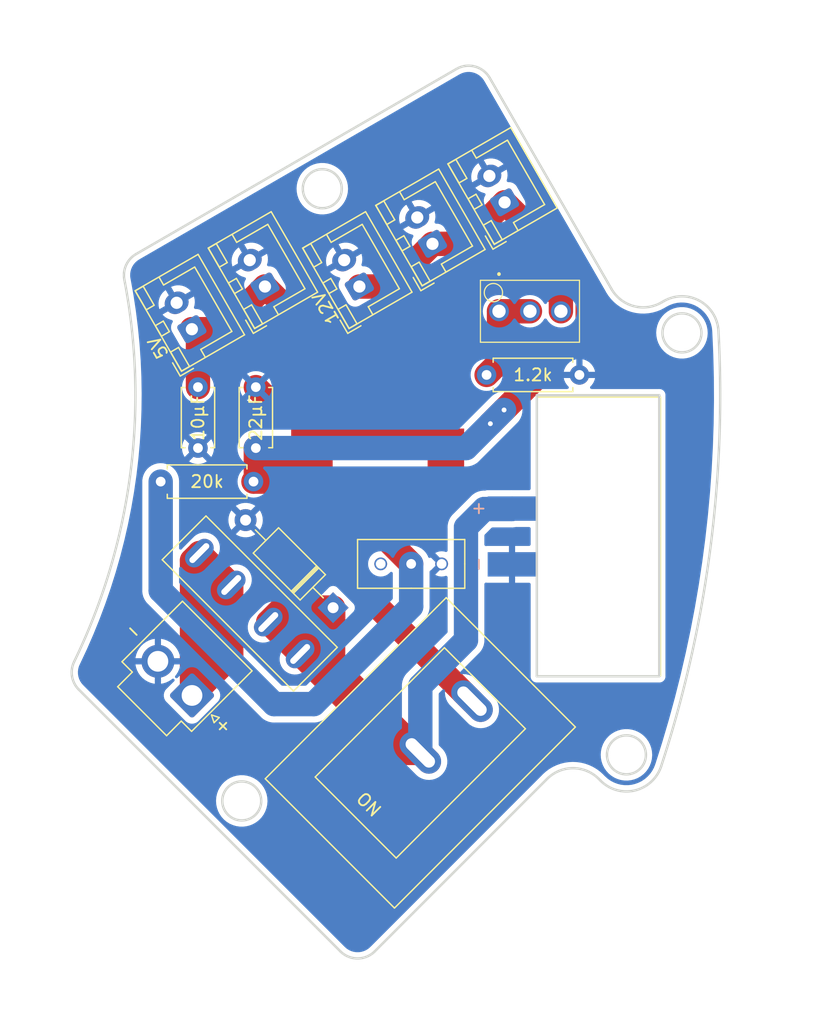
<source format=kicad_pcb>
(kicad_pcb (version 20211014) (generator pcbnew)
  (layers (0 "F.Cu" signal) (31 "B.Cu" signal) (34 "B.Paste" user) (35 "F.Paste" user) (36 "B.SilkS" user "B.Silkscreen") (37 "F.SilkS" user "F.Silkscreen") (38 "B.Mask" user) (39 "F.Mask" user) (44 "Edge.Cuts" user))
  (net 0 "")
  (net 1 "Net-(BT1-Pad1)")
  (net 2 "GND")
  (net 3 "+12V")
  (net 4 "+5V")
  (net 5 "Net-(D1-Pad1)")
  (net 6 "Net-(R1-Pad2)")
  (net 7 "Net-(R2-Pad1)")
  (net 8 "Net-(RV1-Pad3)")
  (footprint "Resistor_THT:R_Axial_DIN0207_L6.3mm_D2.5mm_P7.62mm_Horizontal" (layer "F.Cu") (at 138.31 97.5 180)
    (fp_text reference "R1" hide)
    (fp_text value "R")
    (fp_line (start 0.54 -1.37) (end 7.08 -1.37) (layer "F.SilkS") (width 0.12))
    (fp_line (start 7.08 -1.37) (end 7.08 -1.04) (layer "F.SilkS") (width 0.12))
    (fp_line (start 7.08 1.37) (end 7.08 1.04) (layer "F.SilkS") (width 0.12))
    (fp_line (start 0.54 -1.04) (end 0.54 -1.37) (layer "F.SilkS") (width 0.12))
    (fp_line (start 0.54 1.37) (end 7.08 1.37) (layer "F.SilkS") (width 0.12))
    (fp_line (start 0.54 1.04) (end 0.54 1.37) (layer "F.SilkS") (width 0.12))
    (pad "1" thru_hole circle (at 0 0 180) (size 1.6 1.6) (drill 0.8) (layers *.Cu *.Mask) (net 3 "+12V"))
    (pad "2" thru_hole oval (at 7.62 0 180) (size 1.6 1.6) (drill 0.8) (layers *.Cu *.Mask) (net 6 "Net-(R1-Pad2)"))
  )
  (footprint "Diode_THT:D_A-405_P10.16mm_Horizontal" (layer "F.Cu") (at 144.842103 107.842103 135)
    (fp_text reference "D1" hide)
    (fp_text value "D")
    (fp_line (start 1.14 0) (end 2.36 0) (layer "F.SilkS") (width 0.12))
    (fp_line (start 3.14 -1.47) (end 3.14 1.47) (layer "F.SilkS") (width 0.12))
    (fp_line (start 9.02 0) (end 7.8 0) (layer "F.SilkS") (width 0.12))
    (fp_line (start 3.26 -1.47) (end 3.26 1.47) (layer "F.SilkS") (width 0.12))
    (fp_line (start 7.8 -1.47) (end 2.36 -1.47) (layer "F.SilkS") (width 0.12))
    (fp_line (start 2.36 -1.47) (end 2.36 1.47) (layer "F.SilkS") (width 0.12))
    (fp_line (start 3.38 -1.47) (end 3.38 1.47) (layer "F.SilkS") (width 0.12))
    (fp_line (start 7.8 1.47) (end 7.8 -1.47) (layer "F.SilkS") (width 0.12))
    (fp_line (start 2.36 1.47) (end 7.8 1.47) (layer "F.SilkS") (width 0.12))
    (pad "1" thru_hole rect (at 0 0 135) (size 1.8 1.8) (drill 0.9) (layers *.Cu *.Mask) (net 5 "Net-(D1-Pad1)"))
    (pad "2" thru_hole oval (at 10.16 0 135) (size 1.8 1.8) (drill 0.9) (layers *.Cu *.Mask) (net 2 "GND"))
  )
  (footprint "Voltage_Counter:voltage_counter" (layer "F.Cu") (at 171.721 102 -90)
    (fp_text reference "MES1" hide)
    (fp_text value "Voltmeter_DC")
    (fp_text user "-" (at 2.286 14.986 90) (layer "B.SilkS") (effects (justify mirror)))
    (fp_text user "+" (at -2.286 14.986 90) (layer "B.SilkS") (effects (justify mirror)))
    (fp_line (start 0 0) (end 11.43 0) (layer "F.SilkS") (width 0.12))
    (fp_line (start -11.43 0) (end 0 0) (layer "F.SilkS") (width 0.12))
    (fp_line (start 11.43 0) (end 11.43 10.16) (layer "F.SilkS") (width 0.12))
    (fp_line (start 0 10.16) (end -11.43 10.16) (layer "F.SilkS") (width 0.12))
    (fp_line (start -11.43 10.16) (end -11.43 0) (layer "F.SilkS") (width 0.12))
    (fp_line (start 11.43 10.16) (end 0 10.16) (layer "F.SilkS") (width 0.12))
    (pad "1" smd rect locked (at 2.286 12.192 270) (size 2 4) (layers "B.Cu" "B.Paste" "B.Mask") (net 2 "GND"))
    (pad "2" smd rect locked (at -2.286 12.192 270) (size 2 4) (layers "B.Cu" "B.Paste" "B.Mask") (net 5 "Net-(D1-Pad1)"))
  )
  (footprint "Connector_JST:JST_XH_B2B-XH-A_1x02_P2.50mm_Vertical" (layer "F.Cu") (at 139.25 81.5 120)
    (fp_text reference "J5" hide)
    (fp_text value "Conn_01x02_Female")
    (fp_line (start 1.75 -1.7) (end 1.75 -2.45) (layer "F.SilkS") (width 0.12))
    (fp_line (start 0.75 -2.45) (end 0.75 -1.7) (layer "F.SilkS") (width 0.12))
    (fp_line (start 4.3 -0.2) (end 4.3 2.75) (layer "F.SilkS") (width 0.12))
    (fp_line (start -2.55 -2.45) (end -2.55 -1.7) (layer "F.SilkS") (width 0.12))
    (fp_line (start 4.3 2.75) (end 1.25 2.75) (layer "F.SilkS") (width 0.12))
    (fp_line (start 1.75 -2.45) (end 0.75 -2.45) (layer "F.SilkS") (width 0.12))
    (fp_line (start 3.25 -1.7) (end 5.05 -1.7) (layer "F.SilkS") (width 0.12))
    (fp_line (start -2.56 -2.46) (end -2.56 3.51) (layer "F.SilkS") (width 0.12))
    (fp_line (start -0.75 -1.7) (end -0.75 -2.45) (layer "F.SilkS") (width 0.12))
    (fp_line (start 5.05 -1.7) (end 5.05 -2.45) (layer "F.SilkS") (width 0.12))
    (fp_line (start 5.05 -0.2) (end 4.3 -0.2) (layer "F.SilkS") (width 0.12))
    (fp_line (start 0.75 -1.7) (end 1.75 -1.7) (layer "F.SilkS") (width 0.12))
    (fp_line (start 5.06 3.51) (end 5.06 -2.46) (layer "F.SilkS") (width 0.12))
    (fp_line (start -1.6 -2.75) (end -2.85 -2.75) (layer "F.SilkS") (width 0.12))
    (fp_line (start 5.05 -2.45) (end 3.25 -2.45) (layer "F.SilkS") (width 0.12))
    (fp_line (start 3.25 -2.45) (end 3.25 -1.7) (layer "F.SilkS") (width 0.12))
    (fp_line (start -2.85 -2.75) (end -2.85 -1.5) (layer "F.SilkS") (width 0.12))
    (fp_line (start -2.55 -0.2) (end -1.8 -0.2) (layer "F.SilkS") (width 0.12))
    (fp_line (start -0.75 -2.45) (end -2.55 -2.45) (layer "F.SilkS") (width 0.12))
    (fp_line (start -2.56 3.51) (end 5.06 3.51) (layer "F.SilkS") (width 0.12))
    (fp_line (start -1.8 2.75) (end 1.25 2.75) (layer "F.SilkS") (width 0.12))
    (fp_line (start -1.8 -0.2) (end -1.8 2.75) (layer "F.SilkS") (width 0.12))
    (fp_line (start 5.06 -2.46) (end -2.56 -2.46) (layer "F.SilkS") (width 0.12))
    (fp_line (start -2.55 -1.7) (end -0.75 -1.7) (layer "F.SilkS") (width 0.12))
    (pad "1" thru_hole roundrect (at 0 0 120) (size 1.7 2) (drill 1) (layers *.Cu *.Mask) (roundrect_rratio 0.1470588235) (net 4 "+5V"))
    (pad "2" thru_hole oval (at 2.5 0 120) (size 1.7 2) (drill 1) (layers *.Cu *.Mask) (net 2 "GND"))
  )
  (footprint "Capacitor_THT:C_Disc_D4.7mm_W2.5mm_P5.00mm" (layer "F.Cu") (at 133.75 89.75 -90)
    (fp_text reference "C2" hide)
    (fp_text value "C")
    (fp_line (start 4.97 -1.37) (end 4.97 -1.055) (layer "F.SilkS") (width 0.12))
    (fp_line (start 0.03 1.055) (end 0.03 1.37) (layer "F.SilkS") (width 0.12))
    (fp_line (start 0.03 1.37) (end 4.97 1.37) (layer "F.SilkS") (width 0.12))
    (fp_line (start 0.03 -1.37) (end 4.97 -1.37) (layer "F.SilkS") (width 0.12))
    (fp_line (start 0.03 -1.37) (end 0.03 -1.055) (layer "F.SilkS") (width 0.12))
    (fp_line (start 4.97 1.055) (end 4.97 1.37) (layer "F.SilkS") (width 0.12))
    (pad "1" thru_hole circle (at 0 0 270) (size 1.6 1.6) (drill 0.8) (layers *.Cu *.Mask) (net 4 "+5V"))
    (pad "2" thru_hole circle (at 5 0 270) (size 1.6 1.6) (drill 0.8) (layers *.Cu *.Mask) (net 2 "GND"))
  )
  (footprint "Capacitor_THT:C_Disc_D4.7mm_W2.5mm_P5.00mm" (layer "F.Cu") (at 138.5 94.75 90)
    (fp_text reference "C1" hide)
    (fp_text value "C")
    (fp_line (start 4.97 -1.37) (end 4.97 -1.055) (layer "F.SilkS") (width 0.12))
    (fp_line (start 0.03 1.055) (end 0.03 1.37) (layer "F.SilkS") (width 0.12))
    (fp_line (start 0.03 1.37) (end 4.97 1.37) (layer "F.SilkS") (width 0.12))
    (fp_line (start 0.03 -1.37) (end 4.97 -1.37) (layer "F.SilkS") (width 0.12))
    (fp_line (start 4.97 1.055) (end 4.97 1.37) (layer "F.SilkS") (width 0.12))
    (fp_line (start 0.03 -1.37) (end 0.03 -1.055) (layer "F.SilkS") (width 0.12))
    (pad "1" thru_hole circle (at 0 0 90) (size 1.6 1.6) (drill 0.8) (layers *.Cu *.Mask) (net 3 "+12V"))
    (pad "2" thru_hole circle (at 5 0 90) (size 1.6 1.6) (drill 0.8) (layers *.Cu *.Mask) (net 2 "GND"))
  )
  (footprint "Connector_JST:JST_XH_B2B-XH-A_1x02_P2.50mm_Vertical" (layer "F.Cu") (at 153 78 120)
    (fp_text reference "J1" hide)
    (fp_text value "Conn_01x02_Female")
    (fp_line (start 3.25 -2.45) (end 3.25 -1.7) (layer "F.SilkS") (width 0.12))
    (fp_line (start 1.75 -2.45) (end 0.75 -2.45) (layer "F.SilkS") (width 0.12))
    (fp_line (start 5.05 -0.2) (end 4.3 -0.2) (layer "F.SilkS") (width 0.12))
    (fp_line (start 5.05 -1.7) (end 5.05 -2.45) (layer "F.SilkS") (width 0.12))
    (fp_line (start 4.3 2.75) (end 1.25 2.75) (layer "F.SilkS") (width 0.12))
    (fp_line (start 5.06 3.51) (end 5.06 -2.46) (layer "F.SilkS") (width 0.12))
    (fp_line (start 4.3 -0.2) (end 4.3 2.75) (layer "F.SilkS") (width 0.12))
    (fp_line (start 0.75 -2.45) (end 0.75 -1.7) (layer "F.SilkS") (width 0.12))
    (fp_line (start 1.75 -1.7) (end 1.75 -2.45) (layer "F.SilkS") (width 0.12))
    (fp_line (start 5.05 -2.45) (end 3.25 -2.45) (layer "F.SilkS") (width 0.12))
    (fp_line (start -1.6 -2.75) (end -2.85 -2.75) (layer "F.SilkS") (width 0.12))
    (fp_line (start -2.56 -2.46) (end -2.56 3.51) (layer "F.SilkS") (width 0.12))
    (fp_line (start -2.85 -2.75) (end -2.85 -1.5) (layer "F.SilkS") (width 0.12))
    (fp_line (start 5.06 -2.46) (end -2.56 -2.46) (layer "F.SilkS") (width 0.12))
    (fp_line (start -2.55 -1.7) (end -0.75 -1.7) (layer "F.SilkS") (width 0.12))
    (fp_line (start -2.56 3.51) (end 5.06 3.51) (layer "F.SilkS") (width 0.12))
    (fp_line (start -2.55 -2.45) (end -2.55 -1.7) (layer "F.SilkS") (width 0.12))
    (fp_line (start -1.8 2.75) (end 1.25 2.75) (layer "F.SilkS") (width 0.12))
    (fp_line (start -0.75 -2.45) (end -2.55 -2.45) (layer "F.SilkS") (width 0.12))
    (fp_line (start 0.75 -1.7) (end 1.75 -1.7) (layer "F.SilkS") (width 0.12))
    (fp_line (start -2.55 -0.2) (end -1.8 -0.2) (layer "F.SilkS") (width 0.12))
    (fp_line (start -1.8 -0.2) (end -1.8 2.75) (layer "F.SilkS") (width 0.12))
    (fp_line (start -0.75 -1.7) (end -0.75 -2.45) (layer "F.SilkS") (width 0.12))
    (fp_line (start 3.25 -1.7) (end 5.05 -1.7) (layer "F.SilkS") (width 0.12))
    (pad "1" thru_hole roundrect (at 0 0 120) (size 1.7 2) (drill 1) (layers *.Cu *.Mask) (roundrect_rratio 0.1470588235) (net 3 "+12V"))
    (pad "2" thru_hole oval (at 2.5 0 120) (size 1.7 2) (drill 1) (layers *.Cu *.Mask) (net 2 "GND"))
  )
  (footprint "Resistor_THT:R_Axial_DIN0207_L6.3mm_D2.5mm_P7.62mm_Horizontal" (layer "F.Cu") (at 157.44 88.75)
    (fp_text reference "R2" hide)
    (fp_text value "R")
    (fp_line (start 7.08 -1.37) (end 7.08 -1.04) (layer "F.SilkS") (width 0.12))
    (fp_line (start 7.08 1.37) (end 7.08 1.04) (layer "F.SilkS") (width 0.12))
    (fp_line (start 0.54 1.04) (end 0.54 1.37) (layer "F.SilkS") (width 0.12))
    (fp_line (start 0.54 1.37) (end 7.08 1.37) (layer "F.SilkS") (width 0.12))
    (fp_line (start 0.54 -1.04) (end 0.54 -1.37) (layer "F.SilkS") (width 0.12))
    (fp_line (start 0.54 -1.37) (end 7.08 -1.37) (layer "F.SilkS") (width 0.12))
    (pad "1" thru_hole circle (at 0 0) (size 1.6 1.6) (drill 0.8) (layers *.Cu *.Mask) (net 7 "Net-(R2-Pad1)"))
    (pad "2" thru_hole oval (at 7.62 0) (size 1.6 1.6) (drill 0.8) (layers *.Cu *.Mask) (net 2 "GND"))
  )
  (footprint "_Others:DCDC-murata-6A" (layer "F.Cu") (at 154.6 99.85 90)
    (fp_text reference "U1" hide)
    (fp_text value "OKL-T_6-W12N-C")
    (pad "1" smd trapezoid locked (at 0.5 -6.1 90) (size 3 1.2) (layers "F.Cu" "F.Paste" "F.Mask") (net 6 "Net-(R1-Pad2)"))
    (pad "2" smd trapezoid locked (at 0.5 -10.68 90) (size 3 1.2) (layers "F.Cu" "F.Paste" "F.Mask") (net 3 "+12V"))
    (pad "2" smd trapezoid locked (at 2.665 -10.68 90) (size 4.07 1.77) (layers "F.Cu" "F.Paste" "F.Mask") (net 3 "+12V"))
    (pad "2" smd trapezoid locked (at 3.81 -11.7 90) (size 1.2 3) (layers "F.Cu" "F.Paste" "F.Mask") (net 3 "+12V"))
    (pad "3" smd trapezoid locked (at 6.1 -11.7 90) (size 1.2 3) (layers "F.Cu" "F.Paste" "F.Mask") (net 2 "GND"))
    (pad "3" smd trapezoid locked (at 8.39 -11.7 90) (size 1.2 3) (layers "F.Cu" "F.Paste" "F.Mask") (net 2 "GND"))
    (pad "3" smd trapezoid locked (at 7.245 -10.68 90) (size 4.07 1.77) (layers "F.Cu" "F.Paste" "F.Mask") (net 2 "GND"))
    (pad "4" smd trapezoid locked (at 11.7 -10.68 90) (size 3 1.2) (layers "F.Cu" "F.Paste" "F.Mask") (net 4 "+5V"))
    (pad "4" smd trapezoid locked (at 10.7 -9.535 90) (size 1.77 4.07) (layers "F.Cu" "F.Paste" "F.Mask") (net 4 "+5V"))
    (pad "5" smd trapezoid locked (at 11.7 -6.1 90) (size 3 1.2) (layers "F.Cu" "F.Paste" "F.Mask") (net 4 "+5V"))
    (pad "6" smd trapezoid locked (at 11.7 -1.52 90) (size 3 1.2) (layers "F.Cu" "F.Paste" "F.Mask") (net 8 "Net-(RV1-Pad3)"))
    (pad "7" smd trapezoid locked (at 6.1 -0.5 90) (size 1.2 3) (layers "F.Cu" "F.Paste" "F.Mask") (net 2 "GND"))
    (pad "8" smd trapezoid locked (at 3.81 -0.5 90) (size 1.2 3) (layers "F.Cu" "F.Paste" "F.Mask"))
    (pad "9" smd trapezoid locked (at 0.5 -1.52 90) (size 3 1.2) (layers "F.Cu" "F.Paste" "F.Mask"))
    (pad "10" smd trapezoid locked (at 0.5 -3.81 90) (size 3 1.2) (layers "F.Cu" "F.Paste" "F.Mask"))
    (pad "11" smd trapezoid locked (at 12.45 -3.81 90) (size 1.5 1.2) (layers "F.Cu" "F.Paste" "F.Mask"))
    (pad "12" smd trapezoid locked (at 8.39 -0.5 90) (size 1.2 3) (layers "F.Cu" "F.Paste" "F.Mask"))
    (pad "13" smd trapezoid locked (at 10.7 -3.81 90) (size 1 1.2) (layers "F.Cu" "F.Paste" "F.Mask"))
  )
  (footprint "_Others:SW_S" (layer "F.Cu") (at 151.25 104.25 180)
    (fp_text reference "SW1" hide)
    (fp_text value "SW_DIP_x01")
    (fp_line (start 0 -2) (end -4.4 -2) (layer "F.SilkS") (width 0.12))
    (fp_line (start -4.4 2) (end 4.4 2) (layer "F.SilkS") (width 0.12))
    (fp_line (start -4.4 0) (end -4.4 -2) (layer "F.SilkS") (width 0.12))
    (fp_line (start 0 -2) (end 4.4 -2) (layer "F.SilkS") (width 0.12))
    (fp_line (start 4.4 2) (end 4.4 -2) (layer "F.SilkS") (width 0.12))
    (fp_line (start -4.4 0) (end -4.4 2) (layer "F.SilkS") (width 0.12))
    (pad "1" thru_hole circle locked (at -2.5 0 180) (size 1.05 1.05) (drill 0.8) (layers *.Cu *.Mask) (net 2 "GND"))
    (pad "2" thru_hole circle locked (at 0 0 180) (size 1.05 1.05) (drill 0.8) (layers *.Cu *.Mask) (net 6 "Net-(R1-Pad2)"))
    (pad "3" thru_hole circle locked (at 2.5 0 180) (size 1.05 1.05) (drill 0.8) (layers *.Cu *.Mask))
  )
  (footprint "Connector_JST:JST_XH_B2B-XH-A_1x02_P2.50mm_Vertical" (layer "F.Cu") (at 147 81.5 120)
    (fp_text reference "J3" hide)
    (fp_text value "Conn_01x02_Female")
    (fp_line (start -2.55 -0.2) (end -1.8 -0.2) (layer "F.SilkS") (width 0.12))
    (fp_line (start 5.06 3.51) (end 5.06 -2.46) (layer "F.SilkS") (width 0.12))
    (fp_line (start -2.56 3.51) (end 5.06 3.51) (layer "F.SilkS") (width 0.12))
    (fp_line (start 3.25 -1.7) (end 5.05 -1.7) (layer "F.SilkS") (width 0.12))
    (fp_line (start 5.05 -2.45) (end 3.25 -2.45) (layer "F.SilkS") (width 0.12))
    (fp_line (start -0.75 -2.45) (end -2.55 -2.45) (layer "F.SilkS") (width 0.12))
    (fp_line (start -2.55 -1.7) (end -0.75 -1.7) (layer "F.SilkS") (width 0.12))
    (fp_line (start 1.75 -1.7) (end 1.75 -2.45) (layer "F.SilkS") (width 0.12))
    (fp_line (start -0.75 -1.7) (end -0.75 -2.45) (layer "F.SilkS") (width 0.12))
    (fp_line (start -1.8 2.75) (end 1.25 2.75) (layer "F.SilkS") (width 0.12))
    (fp_line (start 5.05 -1.7) (end 5.05 -2.45) (layer "F.SilkS") (width 0.12))
    (fp_line (start -2.56 -2.46) (end -2.56 3.51) (layer "F.SilkS") (width 0.12))
    (fp_line (start 4.3 -0.2) (end 4.3 2.75) (layer "F.SilkS") (width 0.12))
    (fp_line (start 5.05 -0.2) (end 4.3 -0.2) (layer "F.SilkS") (width 0.12))
    (fp_line (start -2.55 -2.45) (end -2.55 -1.7) (layer "F.SilkS") (width 0.12))
    (fp_line (start 3.25 -2.45) (end 3.25 -1.7) (layer "F.SilkS") (width 0.12))
    (fp_line (start -2.85 -2.75) (end -2.85 -1.5) (layer "F.SilkS") (width 0.12))
    (fp_line (start 5.06 -2.46) (end -2.56 -2.46) (layer "F.SilkS") (width 0.12))
    (fp_line (start 4.3 2.75) (end 1.25 2.75) (layer "F.SilkS") (width 0.12))
    (fp_line (start -1.6 -2.75) (end -2.85 -2.75) (layer "F.SilkS") (width 0.12))
    (fp_line (start 0.75 -1.7) (end 1.75 -1.7) (layer "F.SilkS") (width 0.12))
    (fp_line (start 1.75 -2.45) (end 0.75 -2.45) (layer "F.SilkS") (width 0.12))
    (fp_line (start -1.8 -0.2) (end -1.8 2.75) (layer "F.SilkS") (width 0.12))
    (fp_line (start 0.75 -2.45) (end 0.75 -1.7) (layer "F.SilkS") (width 0.12))
    (pad "1" thru_hole roundrect (at 0 0 120) (size 1.7 2) (drill 1) (layers *.Cu *.Mask) (roundrect_rratio 0.1470588235) (net 3 "+12V"))
    (pad "2" thru_hole oval (at 2.5 0 120) (size 1.7 2) (drill 1) (layers *.Cu *.Mask) (net 2 "GND"))
  )
  (footprint "Fuse_Socket:fuse_socket" (layer "F.Cu") (at 139.796051 105.703949 -45)
    (fp_text reference "F1" hide)
    (fp_text value "Fuse")
    (fp_line (start -7.62 0) (end -7.62 5.08) (layer "F.SilkS") (width 0.12))
    (fp_line (start -7.62 5.08) (end 0 5.08) (layer "F.SilkS") (width 0.12))
    (fp_line (start 0 5.08) (end 7.62 5.08) (layer "F.SilkS") (width 0.12))
    (fp_line (start 0 0) (end -7.62 0) (layer "F.SilkS") (width 0.12))
    (fp_line (start 7.62 5.08) (end 7.62 0) (layer "F.SilkS") (width 0.12))
    (fp_line (start 7.62 0) (end 0 0) (layer "F.SilkS") (width 0.12))
    (pad "1" thru_hole oval locked (at -2.15 2.54 315) (size 1.5 2.7) (drill oval 0.5 2.1) (layers *.Cu *.Mask) (net 1 "Net-(BT1-Pad1)"))
    (pad "1" thru_hole oval locked (at -5.85 2.54 315) (size 1.5 2.7) (drill oval 0.5 2.1) (layers *.Cu *.Mask) (net 1 "Net-(BT1-Pad1)"))
    (pad "2" thru_hole oval locked (at 2.15 2.54 315) (size 1.5 2.7) (drill oval 0.5 2.1) (layers *.Cu *.Mask) (net 5 "Net-(D1-Pad1)"))
    (pad "2" thru_hole oval locked (at 5.85 2.54 315) (size 1.5 2.7) (drill oval 0.5 2.1) (layers *.Cu *.Mask) (net 5 "Net-(D1-Pad1)"))
  )
  (footprint "Connector_JST:JST_XH_B2B-XH-A_1x02_P2.50mm_Vertical" (layer "F.Cu") (at 158.920337 74.595032 120)
    (fp_text reference "J2" hide)
    (fp_text value "Conn_01x02_Female")
    (fp_line (start 1.75 -2.45) (end 0.75 -2.45) (layer "F.SilkS") (width 0.12))
    (fp_line (start -1.6 -2.75) (end -2.85 -2.75) (layer "F.SilkS") (width 0.12))
    (fp_line (start -0.75 -1.7) (end -0.75 -2.45) (layer "F.SilkS") (width 0.12))
    (fp_line (start -2.56 -2.46) (end -2.56 3.51) (layer "F.SilkS") (width 0.12))
    (fp_line (start 5.05 -2.45) (end 3.25 -2.45) (layer "F.SilkS") (width 0.12))
    (fp_line (start -2.56 3.51) (end 5.06 3.51) (layer "F.SilkS") (width 0.12))
    (fp_line (start -2.55 -2.45) (end -2.55 -1.7) (layer "F.SilkS") (width 0.12))
    (fp_line (start 4.3 2.75) (end 1.25 2.75) (layer "F.SilkS") (width 0.12))
    (fp_line (start 3.25 -1.7) (end 5.05 -1.7) (layer "F.SilkS") (width 0.12))
    (fp_line (start 0.75 -2.45) (end 0.75 -1.7) (layer "F.SilkS") (width 0.12))
    (fp_line (start -2.55 -1.7) (end -0.75 -1.7) (layer "F.SilkS") (width 0.12))
    (fp_line (start 4.3 -0.2) (end 4.3 2.75) (layer "F.SilkS") (width 0.12))
    (fp_line (start -2.85 -2.75) (end -2.85 -1.5) (layer "F.SilkS") (width 0.12))
    (fp_line (start 0.75 -1.7) (end 1.75 -1.7) (layer "F.SilkS") (width 0.12))
    (fp_line (start -1.8 -0.2) (end -1.8 2.75) (layer "F.SilkS") (width 0.12))
    (fp_line (start 5.05 -1.7) (end 5.05 -2.45) (layer "F.SilkS") (width 0.12))
    (fp_line (start 5.06 -2.46) (end -2.56 -2.46) (layer "F.SilkS") (width 0.12))
    (fp_line (start 3.25 -2.45) (end 3.25 -1.7) (layer "F.SilkS") (width 0.12))
    (fp_line (start -2.55 -0.2) (end -1.8 -0.2) (layer "F.SilkS") (width 0.12))
    (fp_line (start -1.8 2.75) (end 1.25 2.75) (layer "F.SilkS") (width 0.12))
    (fp_line (start 5.06 3.51) (end 5.06 -2.46) (layer "F.SilkS") (width 0.12))
    (fp_line (start 1.75 -1.7) (end 1.75 -2.45) (layer "F.SilkS") (width 0.12))
    (fp_line (start -0.75 -2.45) (end -2.55 -2.45) (layer "F.SilkS") (width 0.12))
    (fp_line (start 5.05 -0.2) (end 4.3 -0.2) (layer "F.SilkS") (width 0.12))
    (pad "1" thru_hole roundrect (at 0 0 120) (size 1.7 2) (drill 1) (layers *.Cu *.Mask) (roundrect_rratio 0.1470588235) (net 3 "+12V"))
    (pad "2" thru_hole oval (at 2.5 0 120) (size 1.7 2) (drill 1) (layers *.Cu *.Mask) (net 2 "GND"))
  )
  (footprint "Connector_JST:JST_VH_B2P-VH_1x02_P3.96mm_Vertical" (layer "F.Cu") (at 133.261163 115.03898 135)
    (fp_text reference "BT1" hide)
    (fp_text value "Battery")
    (fp_line (start -0.86 -2.11) (end -0.86 -3.81) (layer "F.SilkS") (width 0.12))
    (fp_line (start -2.06 -2.11) (end -0.86 -2.11) (layer "F.SilkS") (width 0.12))
    (fp_line (start -0.86 -3.81) (end 4.82 -3.81) (layer "F.SilkS") (width 0.12))
    (fp_line (start -2.86 -0.3) (end -2.26 0) (layer "F.SilkS") (width 0.12))
    (fp_line (start 4.82 -2.11) (end 6.02 -2.11) (layer "F.SilkS") (width 0.12))
    (fp_line (start 4.82 -3.81) (end 4.82 -2.11) (layer "F.SilkS") (width 0.12))
    (fp_line (start 6.02 4.91) (end -2.06 4.91) (layer "F.SilkS") (width 0.12))
    (fp_line (start -2.06 4.91) (end -2.06 -2.11) (layer "F.SilkS") (width 0.12))
    (fp_line (start 6.02 -2.11) (end 6.02 4.91) (layer "F.SilkS") (width 0.12))
    (fp_line (start -2.26 0) (end -2.86 0.3) (layer "F.SilkS") (width 0.12))
    (fp_line (start -2.86 0.3) (end -2.86 -0.3) (layer "F.SilkS") (width 0.12))
    (pad "1" thru_hole roundrect (at 0 0 135) (size 2.7 2.7) (drill 1.7) (layers *.Cu *.Mask) (roundrect_rratio 0.09259296296) (net 1 "Net-(BT1-Pad1)"))
    (pad "2" thru_hole circle (at 3.96 0 135) (size 2.7 2.7) (drill 1.7) (layers *.Cu *.Mask) (net 2 "GND"))
  )
  (footprint "Connector_JST:JST_XH_B2B-XH-A_1x02_P2.50mm_Vertical" (layer "F.Cu") (at 133.25 85 120)
    (fp_text reference "J4" hide)
    (fp_text value "Conn_01x02_Female")
    (fp_line (start 3.25 -2.45) (end 3.25 -1.7) (layer "F.SilkS") (width 0.12))
    (fp_line (start 0.75 -1.7) (end 1.75 -1.7) (layer "F.SilkS") (width 0.12))
    (fp_line (start -2.55 -0.2) (end -1.8 -0.2) (layer "F.SilkS") (width 0.12))
    (fp_line (start 5.05 -1.7) (end 5.05 -2.45) (layer "F.SilkS") (width 0.12))
    (fp_line (start 5.06 -2.46) (end -2.56 -2.46) (layer "F.SilkS") (width 0.12))
    (fp_line (start -1.8 -0.2) (end -1.8 2.75) (layer "F.SilkS") (width 0.12))
    (fp_line (start -2.56 -2.46) (end -2.56 3.51) (layer "F.SilkS") (width 0.12))
    (fp_line (start -1.8 2.75) (end 1.25 2.75) (layer "F.SilkS") (width 0.12))
    (fp_line (start -2.55 -1.7) (end -0.75 -1.7) (layer "F.SilkS") (width 0.12))
    (fp_line (start -0.75 -2.45) (end -2.55 -2.45) (layer "F.SilkS") (width 0.12))
    (fp_line (start -2.55 -2.45) (end -2.55 -1.7) (layer "F.SilkS") (width 0.12))
    (fp_line (start 0.75 -2.45) (end 0.75 -1.7) (layer "F.SilkS") (width 0.12))
    (fp_line (start 5.06 3.51) (end 5.06 -2.46) (layer "F.SilkS") (width 0.12))
    (fp_line (start -2.85 -2.75) (end -2.85 -1.5) (layer "F.SilkS") (width 0.12))
    (fp_line (start -1.6 -2.75) (end -2.85 -2.75) (layer "F.SilkS") (width 0.12))
    (fp_line (start 1.75 -1.7) (end 1.75 -2.45) (layer "F.SilkS") (width 0.12))
    (fp_line (start -0.75 -1.7) (end -0.75 -2.45) (layer "F.SilkS") (width 0.12))
    (fp_line (start 5.05 -0.2) (end 4.3 -0.2) (layer "F.SilkS") (width 0.12))
    (fp_line (start 4.3 -0.2) (end 4.3 2.75) (layer "F.SilkS") (width 0.12))
    (fp_line (start -2.56 3.51) (end 5.06 3.51) (layer "F.SilkS") (width 0.12))
    (fp_line (start 1.75 -2.45) (end 0.75 -2.45) (layer "F.SilkS") (width 0.12))
    (fp_line (start 3.25 -1.7) (end 5.05 -1.7) (layer "F.SilkS") (width 0.12))
    (fp_line (start 4.3 2.75) (end 1.25 2.75) (layer "F.SilkS") (width 0.12))
    (fp_line (start 5.05 -2.45) (end 3.25 -2.45) (layer "F.SilkS") (width 0.12))
    (pad "1" thru_hole roundrect (at 0 0 120) (size 1.7 2) (drill 1) (layers *.Cu *.Mask) (roundrect_rratio 0.1470588235) (net 4 "+5V"))
    (pad "2" thru_hole oval (at 2.5 0 120) (size 1.7 2) (drill 1) (layers *.Cu *.Mask) (net 2 "GND"))
  )
  (footprint "_Others:2MS1T2B4M2QES" (layer "F.Cu") (at 158.46 83.53 -90)
    (fp_text reference "RV1" hide)
    (fp_text value "R_Potentiometer_Trim_US" hide)
    (fp_line (start 2.54 -6.605) (end -2.54 -6.605) (layer "F.SilkS") (width 0.1))
    (fp_line (start -3.1 0) (end -3.1 0) (layer "F.SilkS") (width 0.2))
    (fp_line (start -3.1 0) (end -3.1 0) (layer "F.SilkS") (width 0.2))
    (fp_line (start 2.54 1.525) (end 2.54 -6.605) (layer "F.SilkS") (width 0.1))
    (fp_line (start -2.54 1.525) (end 2.54 1.525) (layer "F.SilkS") (width 0.1))
    (fp_line (start -3 0) (end -3 0) (layer "F.SilkS") (width 0.2))
    (fp_line (start -2.54 -6.605) (end -2.54 1.525) (layer "F.SilkS") (width 0.1))
    (fp_arc (start -3 0) (mid -3.05 0.05) (end -3.1 0) (layer "F.SilkS") (width 0.2))
    (fp_arc (start -3 0) (mid -3.05 0.05) (end -3.1 0) (layer "F.SilkS") (width 0.2))
    (fp_arc (start -3.1 0) (mid -3.05 -0.05) (end -3 0) (layer "F.SilkS") (width 0.2))
    (pad "1" thru_hole circle locked (at 0 0 270) (size 1.635 1.635) (drill 1.09) (layers *.Cu *.Mask) (net 7 "Net-(R2-Pad1)"))
    (pad "2" thru_hole circle locked (at 0 -2.54 270) (size 1.635 1.635) (drill 1.09) (layers *.Cu *.Mask) (net 7 "Net-(R2-Pad1)"))
    (pad "3" thru_hole circle locked (at 0 -5.08 270) (size 1.635 1.635) (drill 1.09) (layers *.Cu *.Mask) (net 8 "Net-(RV1-Pad3)"))
  )
  (footprint "_Others:DS-850k" (layer "F.Cu") (at 152 119.75 -135)
    (fp_text reference "SW2" hide)
    (fp_text value "SW_DIP_x01")
    (fp_text user "ON" (at 6 0 135) (layer "F.SilkS"))
    (fp_line (start 10.5 -7.5) (end -10.5 -7.5) (layer "F.SilkS") (width 0.12))
    (fp_line (start 7.5 0) (end 7.5 -4.7) (layer "F.SilkS") (width 0.12))
    (fp_line (start -10.5 -7.5) (end -10.5 7.5) (layer "F.SilkS") (width 0.12))
    (fp_line (start -7.5 4.7) (end 7.5 4.7) (layer "F.SilkS") (width 0.12))
    (fp_line (start -10.5 7.5) (end 10.5 7.5) (layer "F.SilkS") (width 0.12))
    (fp_line (start 10.5 0) (end 10.5 -7.5) (layer "F.SilkS") (width 0.12))
    (fp_line (start 7.5 4.7) (end 7.5 0) (layer "F.SilkS") (width 0.12))
    (fp_line (start -7.5 -4.7) (end -7.5 4.7) (layer "F.SilkS") (width 0.12))
    (fp_line (start 10.5 7.5) (end 10.5 0) (layer "F.SilkS") (width 0.12))
    (fp_line (start 7.5 -4.7) (end -7.5 -4.7) (layer "F.SilkS") (width 0.12))
    (pad "1" thru_hole oval locked (at 0 0 315) (size 4 2) (drill oval 3 1) (layers *.Cu *.Mask) (net 5 "Net-(D1-Pad1)"))
    (pad "2" thru_hole oval locked (at -6 0 315) (size 4 2) (drill oval 3 1) (layers *.Cu *.Mask) (net 3 "+12V"))
  )
  (gr_circle (center 158 82) (end 158.75 82) (layer "F.SilkS") (width 0.1) (fill none))
  (gr_arc (start 171.794189 82.807713) (mid 169.517732 83.107414) (end 167.696112 81.709637) (layer "Edge.Cuts") (width 0.2))
  (gr_circle (center 143.95497 73.477282) (end 142.35497 73.477282) (layer "Edge.Cuts") (width 0.2) (fill none))
  (gr_line (start 148.26506 136.025084) (end 162.407196 121.882949) (layer "Edge.Cuts") (width 0.2))
  (gr_line (start 166.649836 121.882949) (end 166.79923 122.032342) (layer "Edge.Cuts") (width 0.2))
  (gr_arc (start 171.977158 82.702076) (mid 174.906624 82.66261) (end 176.472803 85.138577) (layer "Edge.Cuts") (width 0.2))
  (gr_circle (center 173.477158 85.300152) (end 171.877158 85.300152) (layer "Edge.Cuts") (width 0.2) (fill none))
  (gr_arc (start 127.710026 80.946608) (mid 127.854497 79.737113) (end 128.673825 78.835753) (layer "Edge.Cuts") (width 0.2))
  (gr_arc (start 148.26506 136.025084) (mid 146.850847 136.610871) (end 145.436633 136.025084) (layer "Edge.Cuts") (width 0.2))
  (gr_arc (start 123.970744 114.559196) (mid 123.412624 113.476491) (end 123.586115 112.270818) (layer "Edge.Cuts") (width 0.2))
  (gr_line (start 154.964062 63.657078) (end 128.673825 78.835753) (layer "Edge.Cuts") (width 0.2))
  (gr_line (start 123.970744 114.559196) (end 145.436633 136.025084) (layer "Edge.Cuts") (width 0.2))
  (gr_line (start 171.615043 113.466697) (end 161.565043 113.466697) (layer "Edge.Cuts") (width 0.2))
  (gr_arc (start 162.407196 121.882949) (mid 164.528516 121.004269) (end 166.649836 121.882949) (layer "Edge.Cuts") (width 0.2))
  (gr_line (start 171.977158 82.702076) (end 171.794189 82.807713) (layer "Edge.Cuts") (width 0.2))
  (gr_line (start 161.565043 113.466697) (end 161.565043 90.416697) (layer "Edge.Cuts") (width 0.2))
  (gr_arc (start 127.710026 80.946608) (mid 128.187285 96.943007) (end 123.586115 112.270818) (layer "Edge.Cuts") (width 0.2))
  (gr_line (start 171.615043 90.416697) (end 171.615043 113.466697) (layer "Edge.Cuts") (width 0.2))
  (gr_arc (start 154.964062 63.657078) (mid 156.4817 63.457277) (end 157.696112 64.389129) (layer "Edge.Cuts") (width 0.2))
  (gr_circle (center 168.92055 119.911022) (end 167.32055 119.911022) (layer "Edge.Cuts") (width 0.2) (fill none))
  (gr_arc (start 176.472803 85.138577) (mid 175.776638 103.208264) (end 171.772303 120.842422) (layer "Edge.Cuts") (width 0.2))
  (gr_circle (center 137.344323 123.690134) (end 135.744323 123.690134) (layer "Edge.Cuts") (width 0.2) (fill none))
  (gr_line (start 161.565043 90.416697) (end 171.615043 90.416697) (layer "Edge.Cuts") (width 0.2))
  (gr_line (start 167.696112 81.709637) (end 157.696112 64.389129) (layer "Edge.Cuts") (width 0.2))
  (gr_arc (start 171.772303 120.842422) (mid 169.618663 122.828665) (end 166.79923 122.032342) (layer "Edge.Cuts") (width 0.2))
  (gr_text "22μF" (at 138.5 92.25 90) (layer "F.SilkS") (effects (font (size 1 1))))
  (gr_text "10μF" (at 133.75 92.25 90) (layer "F.SilkS") (effects (font (size 1 1))))
  (gr_text "5V" (at 130.5 86.5 120) (layer "F.SilkS") (effects (font (size 1 1))))
  (gr_text "-" (at 128.5 109.75 315) (layer "F.SilkS") (effects (font (size 1 1))))
  (gr_text "1.2k" (at 161.25 88.75) (layer "F.SilkS") (effects (font (size 1 1))))
  (gr_text "20k" (at 134.5 97.5) (layer "F.SilkS") (effects (font (size 1 1))))
  (gr_text "+" (at 135.75 117.5 45) (layer "F.SilkS") (effects (font (size 1 1))))
  (gr_text "12V" (at 144.25 83.25 120) (layer "F.SilkS") (effects (font (size 1 1))))
  (segment (start 136.47972 105.979721) (end 136.47972 111.820423) (width 2) (layer "F.Cu") (net 1))
  (segment (start 136.47972 111.820423) (end 134.775072 113.525072) (width 2) (layer "F.Cu") (net 1))
  (segment (start 134.775072 104.275074) (end 134.749999 104.250001) (width 2) (layer "F.Cu") (net 1))
  (segment (start 133.261163 115.03898) (end 133.261163 103.965688) (width 2) (layer "F.Cu") (net 1))
  (segment (start 133.261163 103.965688) (end 133.863425 103.363426) (width 2) (layer "F.Cu") (net 1))
  (segment (start 134.775072 113.525072) (end 134.775072 104.275074) (width 2) (layer "F.Cu") (net 1))
  (segment (start 134.775072 113.525072) (end 133.261163 115.03898) (width 2) (layer "F.Cu") (net 1))
  (segment (start 133.863425 103.363426) (end 134.749999 104.250001) (width 2) (layer "F.Cu") (net 1))
  (segment (start 134.749999 104.250001) (end 136.47972 105.979721) (width 2) (layer "F.Cu") (net 1))
  (segment (start 142.9 91.46) (end 140.21 91.46) (width 2) (layer "F.Cu") (net 2))
  (segment (start 140.21 91.46) (end 138.5 89.75) (width 2) (layer "F.Cu") (net 2))
  (segment (start 145.065 93.75) (end 143.92 92.605) (width 2) (layer "F.Cu") (net 2))
  (segment (start 154.1 93.75) (end 145.065 93.75) (width 2) (layer "F.Cu") (net 2))
  (segment (start 138.5 97.31) (end 138.31 97.5) (width 2) (layer "F.Cu") (net 3))
  (segment (start 149.5 81.5) (end 153 78) (width 2) (layer "F.Cu") (net 3))
  (segment (start 139.79 96.04) (end 138.5 94.75) (width 2) (layer "F.Cu") (net 3))
  (segment (start 158.920337 74.595032) (end 165.74 81.414695) (width 2) (layer "F.Cu") (net 3))
  (segment (start 165.74 84.76) (end 158.875 91.625) (width 2) (layer "F.Cu") (net 3))
  (segment (start 138.31 97.5) (end 142.07 97.5) (width 2) (layer "F.Cu") (net 3))
  (segment (start 143.92 103.184718) (end 143.92 99.35) (width 2) (layer "F.Cu") (net 3))
  (segment (start 142.9 96.04) (end 139.79 96.04) (width 2) (layer "F.Cu") (net 3))
  (segment (start 142.07 97.5) (end 143.92 99.35) (width 2) (layer "F.Cu") (net 3))
  (segment (start 138.5 94.75) (end 138.5 97.31) (width 2) (layer "F.Cu") (net 3))
  (segment (start 153 78) (end 155.515369 78) (width 2) (layer "F.Cu") (net 3))
  (segment (start 156.242641 115.507359) (end 143.92 103.184718) (width 2) (layer "F.Cu") (net 3))
  (segment (start 155.515369 78) (end 158.920337 74.595032) (width 2) (layer "F.Cu") (net 3))
  (segment (start 165.74 81.414695) (end 165.74 84.76) (width 2) (layer "F.Cu") (net 3))
  (segment (start 147 81.5) (end 149.5 81.5) (width 2) (layer "F.Cu") (net 3))
  (segment (start 158.875 91.625) (end 157.75 92.75) (width 2) (layer "F.Cu") (net 3))
  (via (at 157.75 92.75) (size 0.8) (drill 0.4) (layers "F.Cu" "B.Cu") (net 3))
  (via (at 158.875 91.625) (size 0.8) (drill 0.4) (layers "F.Cu" "B.Cu") (net 3))
  (segment (start 158.875 91.625) (end 157.75 92.75) (width 2) (layer "B.Cu") (net 3))
  (segment (start 155.75 94.75) (end 138.5 94.75) (width 2) (layer "B.Cu") (net 3))
  (segment (start 157.75 92.75) (end 155.75 94.75) (width 2) (layer "B.Cu") (net 3))
  (segment (start 133.75 85.5) (end 133.25 85) (width 2) (layer "F.Cu") (net 4))
  (segment (start 135.75 85) (end 139.25 81.5) (width 2) (layer "F.Cu") (net 4))
  (segment (start 145.065 89.15) (end 147.5 89.15) (width 2) (layer "F.Cu") (net 4))
  (segment (start 147.5 89.15) (end 148.5 88.15) (width 2) (layer "F.Cu") (net 4))
  (segment (start 133.25 85) (end 135.75 85) (width 2) (layer "F.Cu") (net 4))
  (segment (start 133.75 89.75) (end 133.75 85.5) (width 2) (layer "F.Cu") (net 4))
  (segment (start 143.92 86.17) (end 139.25 81.5) (width 2) (layer "F.Cu") (net 4))
  (segment (start 143.92 88.15) (end 143.92 86.17) (width 2) (layer "F.Cu") (net 4))
  (segment (start 143.886574 109.886574) (end 142.136574 111.636575) (width 2) (layer "F.Cu") (net 5))
  (segment (start 139.520279 109.02028) (end 140.749999 110.250001) (width 2) (layer "F.Cu") (net 5))
  (segment (start 140.749999 110.250001) (end 142.136574 111.636575) (width 2) (layer "F.Cu") (net 5))
  (segment (start 144.842103 107.842103) (end 143.157897 107.842103) (width 2) (layer "F.Cu") (net 5))
  (segment (start 150.249999 119.75) (end 145.375 114.875) (width 2) (layer "F.Cu") (net 5))
  (segment (start 143.375 112.875) (end 142.136574 111.636575) (width 2) (layer "F.Cu") (net 5))
  (segment (start 143.375 112.875) (end 143.375 110.398148) (width 2) (layer "F.Cu") (net 5))
  (segment (start 145.375 114.875) (end 143.375 112.875) (width 2) (layer "F.Cu") (net 5))
  (segment (start 140.698456 107.842103) (end 139.520279 109.02028) (width 2) (layer "F.Cu") (net 5))
  (segment (start 144.842103 107.842103) (end 144.842103 113.092103) (width 2) (layer "F.Cu") (net 5))
  (segment (start 145.342103 113.092103) (end 152 119.75) (width 2) (layer "F.Cu") (net 5))
  (segment (start 143.157897 107.842103) (end 140.749999 110.250001) (width 2) (layer "F.Cu") (net 5))
  (segment (start 144.842103 114.342103) (end 145.375 114.875) (width 2) (layer "F.Cu") (net 5))
  (segment (start 144.842103 108.931046) (end 143.886574 109.886574) (width 2) (layer "F.Cu") (net 5))
  (segment (start 144.842103 107.842103) (end 144.842103 108.931046) (width 2) (layer "F.Cu") (net 5))
  (segment (start 144.842103 107.842103) (end 140.698456 107.842103) (width 2) (layer "F.Cu") (net 5))
  (segment (start 144.842103 113.092103) (end 145.342103 113.092103) (width 2) (layer "F.Cu") (net 5))
  (segment (start 152 119.75) (end 150.249999 119.75) (width 2) (layer "F.Cu") (net 5))
  (segment (start 143.375 110.398148) (end 143.886574 109.886574) (width 2) (layer "F.Cu") (net 5))
  (segment (start 144.842103 113.092103) (end 144.842103 114.342103) (width 2) (layer "F.Cu") (net 5))
  (segment (start 155.75 110.5) (end 152 114.25) (width 2) (layer "B.Cu") (net 5))
  (segment (start 159.529 99.714) (end 159.493 99.75) (width 2) (layer "B.Cu") (net 5))
  (segment (start 155.75 101.25) (end 155.75 110.5) (width 2) (layer "B.Cu") (net 5))
  (segment (start 152 114.25) (end 152 119.75) (width 2) (layer "B.Cu") (net 5))
  (segment (start 157.25 99.75) (end 155.75 101.25) (width 2) (layer "B.Cu") (net 5))
  (segment (start 159.493 99.75) (end 157.25 99.75) (width 2) (layer "B.Cu") (net 5))
  (segment (start 148.5 101.5) (end 151.25 104.25) (width 2) (layer "F.Cu") (net 6))
  (segment (start 148.5 99.35) (end 148.5 101.5) (width 2) (layer "F.Cu") (net 6))
  (segment (start 143.25 115.75) (end 151.25 107.75) (width 2) (layer "B.Cu") (net 6))
  (segment (start 130.69 106.44) (end 140 115.75) (width 2) (layer "B.Cu") (net 6))
  (segment (start 140 115.75) (end 143.25 115.75) (width 2) (layer "B.Cu") (net 6))
  (segment (start 130.69 97.5) (end 130.69 106.44) (width 2) (layer "B.Cu") (net 6))
  (segment (start 151.25 107.75) (end 151.25 104.25) (width 2) (layer "B.Cu") (net 6))
  (segment (start 158.46 83.53) (end 158.46 87.73) (width 2) (layer "F.Cu") (net 7))
  (segment (start 161 83.53) (end 158.46 83.53) (width 2) (layer "F.Cu") (net 7))
  (segment (start 158.46 87.73) (end 157.44 88.75) (width 2) (layer "F.Cu") (net 7))
  (segment (start 163.54 83.53) (end 163.54 82.373881) (width 2) (layer "F.Cu") (net 8))
  (segment (start 161.916119 80.75) (end 157.25 80.75) (width 2) (layer "F.Cu") (net 8))
  (segment (start 163.54 82.373881) (end 161.916119 80.75) (width 2) (layer "F.Cu") (net 8))
  (segment (start 153.08 84.92) (end 153.08 88.15) (width 2) (layer "F.Cu") (net 8))
  (segment (start 157.25 80.75) (end 153.08 84.92) (width 2) (layer "F.Cu") (net 8))
  (zone (net 2) (net_name "GND") (layer "B.Cu") (connect_pads (clearance 0.508)) (min_thickness 0.254) (fill yes (thermal_gap 0.508) (thermal_bridge_width 0.508))
    (polygon (pts (xy 184.5 142) (xy 117.5 142) (xy 117.5 58) (xy 184.5 58)))
  )
)
</source>
